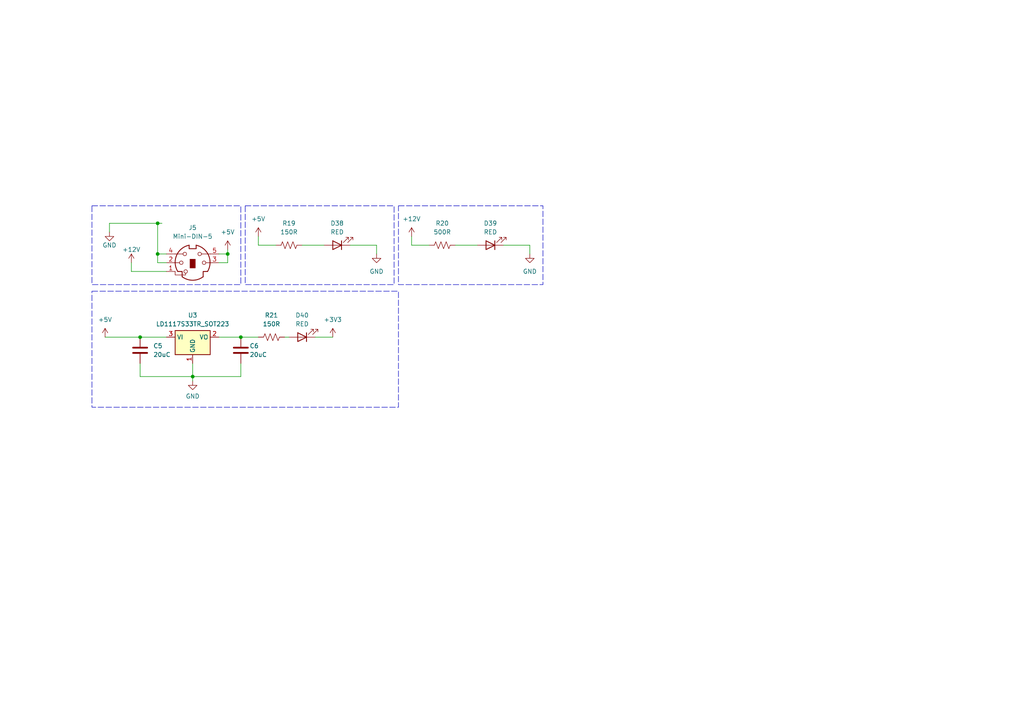
<source format=kicad_sch>
(kicad_sch (version 20230121) (generator eeschema)
  (paper "A4")
  (lib_symbols
    (symbol "Connector:Mini-DIN-5" (pin_names (offset 1.016))
      (property "Reference" "J" (at 0 6.35 0))
      (property "Value" "Mini-DIN-5" (at 0 -6.35 0))
      (symbol "Mini-DIN-5_0_1"
        (circle (center -3.302 0) (radius 0.508))
        (arc (start -3.048 -4.064) (mid 0 -5.08) (end 3.048 -4.064) (stroke (width 0.254)))
        (circle (center -2.032 2.54) (radius 0.508))
        (arc (start -1.016 5.08) (mid -4.6228 2.1214) (end -4.318 -2.54) (stroke (width 0.254)))
        (rectangle (start -0.762 1.016) (end 0.762 -1.524) (fill (type outline)))
        (polyline (pts (xy -3.81 0) (xy -5.08 0)))
        (polyline (pts (xy -2.54 2.54) (xy -5.08 2.54)))
        (polyline (pts (xy 2.794 2.54) (xy 5.08 2.54)))
        (polyline (pts (xy 5.08 0) (xy 3.81 0)))
        (polyline (pts (xy -4.318 -2.54) (xy -3.048 -2.54) (xy -3.048 -4.064)) (stroke (width 0.254)))
        (polyline (pts (xy 4.318 -2.54) (xy 3.048 -2.54) (xy 3.048 -4.064)) (stroke (width 0.254)))
        (polyline (pts (xy -1.016 5.08) (xy -1.016 4.064) (xy 1.016 4.064) (xy 1.016 5.08)) (stroke (width 0.254)))
        (polyline (pts (xy 2.032 -3.048) (xy 2.032 -3.556) (xy 5.08 -3.556) (xy 5.08 -2.54)))
        (circle (center 2.032 -2.54) (radius 0.508))
        (circle (center 2.286 2.54) (radius 0.508))
        (circle (center 3.302 0) (radius 0.508))
        (arc (start 4.318 -2.54) (mid 4.6661 2.1322) (end 1.016 5.08) (stroke (width 0.254)))
      )
      (symbol "Mini-DIN-5_1_1"
        (pin passive line (at 7.62 -2.54 180) (length 2.54) (name "~") (number "1"))
        (pin passive line (at 7.62 0 180) (length 2.54) (name "~") (number "2"))
        (pin passive line (at -7.62 0 0) (length 2.54) (name "~") (number "3"))
        (pin passive line (at 7.62 2.54 180) (length 2.54) (name "~") (number "4"))
        (pin passive line (at -7.62 2.54 0) (length 2.54) (name "~") (number "5"))
      )
    )
    (symbol "Device:C" (pin_numbers hide) (pin_names (offset 0.254))
      (property "Reference" "C" (at 0.635 2.54 0))
      (property "Value" "C" (at 0.635 -2.54 0))
      (symbol "C_0_1"
        (polyline (pts (xy -2.032 -0.762) (xy 2.032 -0.762)) (stroke (width 0.508)))
        (polyline (pts (xy -2.032 0.762) (xy 2.032 0.762)) (stroke (width 0.508)))
      )
      (symbol "C_1_1"
        (pin passive line (at 0 3.81 270) (length 2.794) (name "~") (number "1"))
        (pin passive line (at 0 -3.81 90) (length 2.794) (name "~") (number "2"))
      )
    )
    (symbol "Device:LED" (pin_numbers hide) (pin_names (offset 1.016) hide)
      (property "Reference" "D" (at 0 2.54 0))
      (property "Value" "LED" (at 0 -2.54 0))
      (symbol "LED_0_1"
        (polyline (pts (xy -1.27 -1.27) (xy -1.27 1.27)) (stroke (width 0.254)))
        (polyline (pts (xy -1.27 0) (xy 1.27 0)))
        (polyline (pts (xy 1.27 -1.27) (xy 1.27 1.27) (xy -1.27 0) (xy 1.27 -1.27)) (stroke (width 0.254)))
        (polyline (pts (xy -3.048 -0.762) (xy -4.572 -2.286) (xy -3.81 -2.286) (xy -4.572 -2.286) (xy -4.572 -1.524)))
        (polyline (pts (xy -1.778 -0.762) (xy -3.302 -2.286) (xy -2.54 -2.286) (xy -3.302 -2.286) (xy -3.302 -1.524)))
      )
      (symbol "LED_1_1"
        (pin passive line (at -3.81 0 0) (length 2.54) (name "K") (number "1"))
        (pin passive line (at 3.81 0 180) (length 2.54) (name "A") (number "2"))
      )
    )
    (symbol "Device:R_US" (pin_numbers hide) (pin_names (offset 0))
      (property "Reference" "R" (at 2.54 0 90))
      (property "Value" "R_US" (at -2.54 0 90))
      (symbol "R_US_0_1"
        (polyline (pts (xy 0 -2.286) (xy 0 -2.54)))
        (polyline (pts (xy 0 2.286) (xy 0 2.54)))
        (polyline (pts (xy 0 -0.762) (xy 1.016 -1.143) (xy 0 -1.524) (xy -1.016 -1.905) (xy 0 -2.286)))
        (polyline (pts (xy 0 0.762) (xy 1.016 0.381) (xy 0 0) (xy -1.016 -0.381) (xy 0 -0.762)))
        (polyline (pts (xy 0 2.286) (xy 1.016 1.905) (xy 0 1.524) (xy -1.016 1.143) (xy 0 0.762)))
      )
      (symbol "R_US_1_1"
        (pin passive line (at 0 3.81 270) (length 1.27) (name "~") (number "1"))
        (pin passive line (at 0 -3.81 90) (length 1.27) (name "~") (number "2"))
      )
    )
    (symbol "Regulator_Linear:LD1117S33TR_SOT223"
      (property "Reference" "U" (at -3.81 3.175 0))
      (property "Value" "LD1117S33TR_SOT223" (at 0 3.175 0))
      (symbol "LD1117S33TR_SOT223_0_1"
        (rectangle (start -5.08 -5.08) (end 5.08 1.905) (stroke (width 0.254)) (fill (type background)))
      )
      (symbol "LD1117S33TR_SOT223_1_1"
        (pin power_in line (at 0 -7.62 90) (length 2.54) (name "GND") (number "1"))
        (pin power_out line (at 7.62 0 180) (length 2.54) (name "VO") (number "2"))
        (pin power_in line (at -7.62 0 0) (length 2.54) (name "VI") (number "3"))
      )
    )
    (symbol "power:+12V" (power) (pin_names (offset 0))
      (property "Value" "+12V" (at 0 3.556 0))
      (symbol "+12V_0_1"
        (polyline (pts (xy -0.762 1.27) (xy 0 2.54)))
        (polyline (pts (xy 0 0) (xy 0 2.54)))
        (polyline (pts (xy 0 2.54) (xy 0.762 1.27)))
      )
      (symbol "+12V_1_1"
        (pin power_in line (at 0 0 90) (length 0) hide (name "+12V") (number "1"))
      )
    )
    (symbol "power:+3V3" (power) (pin_names (offset 0))
      (property "Value" "+3V3" (at 0 3.556 0))
      (symbol "+3V3_0_1"
        (polyline (pts (xy -0.762 1.27) (xy 0 2.54)))
        (polyline (pts (xy 0 0) (xy 0 2.54)))
        (polyline (pts (xy 0 2.54) (xy 0.762 1.27)))
      )
      (symbol "+3V3_1_1"
        (pin power_in line (at 0 0 90) (length 0) hide (name "+3V3") (number "1"))
      )
    )
    (symbol "power:+5V" (power) (pin_names (offset 0))
      (property "Value" "+5V" (at 0 3.556 0))
      (symbol "+5V_0_1"
        (polyline (pts (xy -0.762 1.27) (xy 0 2.54)))
        (polyline (pts (xy 0 0) (xy 0 2.54)))
        (polyline (pts (xy 0 2.54) (xy 0.762 1.27)))
      )
      (symbol "+5V_1_1"
        (pin power_in line (at 0 0 90) (length 0) hide (name "+5V") (number "1"))
      )
    )
    (symbol "power:GND" (power) (pin_names (offset 0))
      (property "Value" "GND" (at 0 -3.81 0))
      (symbol "GND_0_1"
        (polyline (pts (xy 0 0) (xy 0 -1.27) (xy 1.27 -1.27) (xy 0 -2.54) (xy -1.27 -1.27) (xy 0 -1.27)))
      )
      (symbol "GND_1_1"
        (pin power_in line (at 0 0 270) (length 0) hide (name "GND") (number "1"))
      )
    )
  )
  (junction (at 66.04 73.66))
  (junction (at 40.64 97.79))
  (junction (at 45.72 64.77))
  (junction (at 45.72 73.66))
  (junction (at 69.85 97.79))
  (junction (at 55.88 109.22))
  (wire (pts (xy 63.5 97.79) (xy 69.85 97.79)))
  (wire (pts (xy 69.85 105.41) (xy 69.85 109.22)))
  (wire (pts (xy 74.93 68.58) (xy 74.93 71.12)))
  (wire (pts (xy 55.88 109.22) (xy 55.88 110.49)))
  (wire (pts (xy 45.72 64.77) (xy 31.75 64.77)))
  (wire (pts (xy 31.75 64.77) (xy 31.75 67.31)))
  (wire (pts (xy 153.67 71.12) (xy 153.67 73.66)))
  (wire (pts (xy 38.1 78.74) (xy 48.26 78.74)))
  (wire (pts (xy 46.99 64.77) (xy 45.72 64.77)))
  (wire (pts (xy 66.04 76.2) (xy 63.5 76.2)))
  (wire (pts (xy 48.26 73.66) (xy 45.72 73.66)))
  (wire (pts (xy 40.64 97.79) (xy 48.26 97.79)))
  (wire (pts (xy 132.08 71.12) (xy 138.43 71.12)))
  (wire (pts (xy 40.64 105.41) (xy 40.64 109.22)))
  (wire (pts (xy 101.6 71.12) (xy 109.22 71.12)))
  (wire (pts (xy 55.88 105.41) (xy 55.88 109.22)))
  (wire (pts (xy 45.72 76.2) (xy 48.26 76.2)))
  (wire (pts (xy 109.22 71.12) (xy 109.22 73.66)))
  (wire (pts (xy 146.05 71.12) (xy 153.67 71.12)))
  (wire (pts (xy 82.55 97.79) (xy 83.82 97.79)))
  (wire (pts (xy 119.38 68.58) (xy 119.38 71.12)))
  (wire (pts (xy 66.04 73.66) (xy 66.04 76.2)))
  (wire (pts (xy 45.72 64.77) (xy 45.72 73.66)))
  (wire (pts (xy 74.93 97.79) (xy 69.85 97.79)))
  (wire (pts (xy 74.93 71.12) (xy 80.01 71.12)))
  (wire (pts (xy 119.38 71.12) (xy 124.46 71.12)))
  (wire (pts (xy 91.44 97.79) (xy 96.52 97.79)))
  (wire (pts (xy 63.5 73.66) (xy 66.04 73.66)))
  (wire (pts (xy 45.72 73.66) (xy 45.72 76.2)))
  (wire (pts (xy 66.04 72.39) (xy 66.04 73.66)))
  (wire (pts (xy 30.48 97.79) (xy 40.64 97.79)))
  (wire (pts (xy 55.88 109.22) (xy 69.85 109.22)))
  (wire (pts (xy 87.63 71.12) (xy 93.98 71.12)))
  (wire (pts (xy 40.64 109.22) (xy 55.88 109.22)))
  (wire (pts (xy 38.1 76.2) (xy 38.1 78.74)))
  (rectangle (start 115.57 59.69) (end 157.48 82.55) (stroke (width 0) (type dash)))
  (rectangle (start 26.67 84.455) (end 115.57 118.11) (stroke (width 0) (type dash)))
  (rectangle (start 71.12 59.69) (end 114.3 82.55) (stroke (width 0) (type dash)))
  (rectangle (start 26.67 59.69) (end 69.85 82.55) (stroke (width 0) (type dash)))
  (symbol (lib_id "Regulator_Linear:LD1117S33TR_SOT223") (at 55.88 97.79 0) (unit 1)
    (property "Reference" "U3" (at 55.88 91.44 0))
    (property "Value" "LD1117S33TR_SOT223" (at 55.88 93.98 0))
    (property "Footprint" "Package_TO_SOT_SMD:SOT-223-3_TabPin2" (effects hide))
    (property "Datasheet" "http://www.st.com/st-web-ui/static/active/en/resource/technical/document/datasheet/CD00000544.pdf" (effects hide))
  )
  (symbol (lib_id "power:+3V3") (at 96.52 97.79 0) (unit 1)
    (property "Reference" "#PWR030" (effects hide))
    (property "Value" "+3V3" (at 96.52 92.71 0))
  )
  (symbol (lib_id "Device:R_US") (at 128.27 71.12 90) (unit 1)
    (property "Reference" "R20" (at 128.27 64.77 90))
    (property "Value" "500R" (at 128.27 67.31 90))
  )
  (symbol (lib_id "power:+5V") (at 30.48 97.79 0) (unit 1)
    (property "Reference" "#PWR031" (effects hide))
    (property "Value" "+5V" (at 30.48 92.71 0))
  )
  (symbol (lib_id "power:GND") (at 55.88 110.49 0) (unit 1)
    (property "Reference" "#PWR019" (effects hide))
    (property "Value" "GND" (at 55.88 114.935 0))
  )
  (symbol (lib_id "power:+5V") (at 74.93 68.58 0) (unit 1)
    (property "Reference" "#PWR035" (effects hide))
    (property "Value" "+5V" (at 74.93 63.5 0))
  )
  (symbol (lib_id "Device:LED") (at 97.79 71.12 180) (unit 1)
    (property "Reference" "D38" (at 97.79 64.77 0))
    (property "Value" "RED" (at 97.79 67.31 0))
  )
  (symbol (lib_id "Device:LED") (at 87.63 97.79 180) (unit 1)
    (property "Reference" "D40" (at 87.63 91.44 0))
    (property "Value" "RED" (at 87.63 93.98 0))
  )
  (symbol (lib_id "power:GND") (at 109.22 73.66 0) (unit 1)
    (property "Reference" "#PWR036" (effects hide))
    (property "Value" "GND" (at 109.22 78.74 0))
  )
  (symbol (lib_id "Connector:Mini-DIN-5") (at 55.88 76.2 0) (mirror y) (unit 1)
    (property "Reference" "J5" (at 55.8623 66.04 0))
    (property "Value" "Mini-DIN-5" (at 55.8623 68.58 0))
    (property "Datasheet" "http://service.powerdynamics.com/ec/Catalog17/Section%2011.pdf" (effects hide))
  )
  (symbol (lib_id "power:GND") (at 153.67 73.66 0) (unit 1)
    (property "Reference" "#PWR038" (effects hide))
    (property "Value" "GND" (at 153.67 78.74 0))
  )
  (symbol (lib_id "power:+12V") (at 119.38 68.58 0) (unit 1)
    (property "Reference" "#PWR037" (effects hide))
    (property "Value" "+12V" (at 119.38 63.5 0))
  )
  (symbol (lib_id "Device:R_US") (at 78.74 97.79 90) (unit 1)
    (property "Reference" "R21" (at 78.74 91.44 90))
    (property "Value" "150R" (at 78.74 93.98 90))
  )
  (symbol (lib_id "power:+12V") (at 38.1 76.2 0) (mirror y) (unit 1)
    (property "Reference" "#PWR032" (effects hide))
    (property "Value" "+12V" (at 38.1 72.39 0))
  )
  (symbol (lib_id "Device:R_US") (at 83.82 71.12 90) (unit 1)
    (property "Reference" "R19" (at 83.82 64.77 90))
    (property "Value" "150R" (at 83.82 67.31 90))
  )
  (symbol (lib_id "power:GND") (at 31.75 67.31 0) (mirror y) (unit 1)
    (property "Reference" "#PWR018" (effects hide))
    (property "Value" "GND" (at 31.75 71.12 0))
  )
  (symbol (lib_id "power:+5V") (at 66.04 72.39 0) (mirror y) (unit 1)
    (property "Reference" "#PWR033" (effects hide))
    (property "Value" "+5V" (at 66.04 67.31 0))
  )
  (symbol (lib_id "Device:C") (at 69.85 101.6 0) (unit 1)
    (property "Reference" "C6" (at 72.39 100.33 0) (effects (justify left)))
    (property "Value" "20uC" (at 72.39 102.87 0) (effects (justify left)))
  )
  (symbol (lib_id "Device:LED") (at 142.24 71.12 180) (unit 1)
    (property "Reference" "D39" (at 142.24 64.77 0))
    (property "Value" "RED" (at 142.24 67.31 0))
  )
  (symbol (lib_id "Device:C") (at 40.64 101.6 0) (unit 1)
    (property "Reference" "C5" (at 44.45 100.33 0) (effects (justify left)))
    (property "Value" "20uC" (at 44.45 102.87 0) (effects (justify left)))
  )
)
</source>
